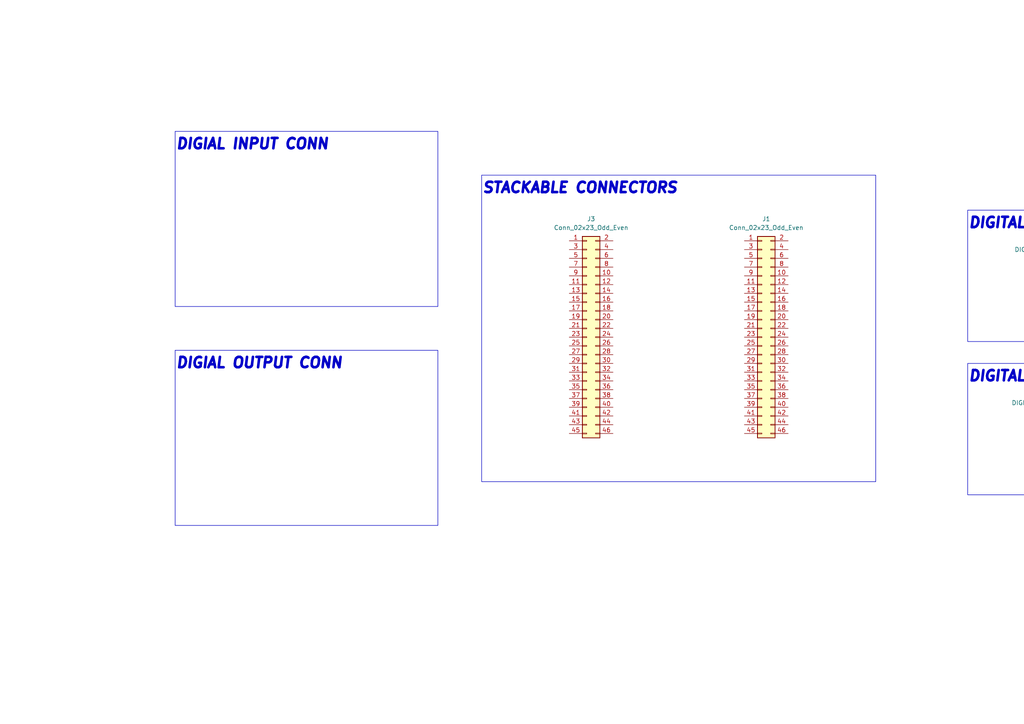
<source format=kicad_sch>
(kicad_sch (version 20250114) (generator "eeschema") (generator_version "9.0")
  (paper "A4")
  (title_block (title "PLC on STM - Digital IO Shield") (date "2025-12-27") (company "Author: Grzegorz Potocki"))
  (lib_symbols
    (symbol "Connector:Screw_Terminal_01x08" (pin_names (offset 1.016) (hide yes))
      (property "Reference" "J" (at 0 10.16 0))
      (property "Value" "Screw_Terminal_01x08" (at 0 -12.7 0))
      (symbol "Screw_Terminal_01x08_1_1"
        (rectangle (start -1.27 8.89) (end 1.27 -11.43) (stroke (width 0.254)) (fill (type background)))
        (polyline (pts (xy -0.5334 7.9502) (xy 0.3302 7.112)) (stroke (width 0.1524)))
        (polyline (pts (xy -0.5334 5.4102) (xy 0.3302 4.572)) (stroke (width 0.1524)))
        (polyline (pts (xy -0.5334 2.8702) (xy 0.3302 2.032)) (stroke (width 0.1524)))
        (polyline (pts (xy -0.5334 0.3302) (xy 0.3302 -0.508)) (stroke (width 0.1524)))
        (polyline (pts (xy -0.5334 -2.2098) (xy 0.3302 -3.048)) (stroke (width 0.1524)))
        (polyline (pts (xy -0.5334 -4.7498) (xy 0.3302 -5.588)) (stroke (width 0.1524)))
        (polyline (pts (xy -0.5334 -7.2898) (xy 0.3302 -8.128)) (stroke (width 0.1524)))
        (polyline (pts (xy -0.5334 -9.8298) (xy 0.3302 -10.668)) (stroke (width 0.1524)))
        (polyline (pts (xy -0.3556 8.128) (xy 0.508 7.2898)) (stroke (width 0.1524)))
        (polyline (pts (xy -0.3556 5.588) (xy 0.508 4.7498)) (stroke (width 0.1524)))
        (polyline (pts (xy -0.3556 3.048) (xy 0.508 2.2098)) (stroke (width 0.1524)))
        (polyline (pts (xy -0.3556 0.508) (xy 0.508 -0.3302)) (stroke (width 0.1524)))
        (polyline (pts (xy -0.3556 -2.032) (xy 0.508 -2.8702)) (stroke (width 0.1524)))
        (polyline (pts (xy -0.3556 -4.572) (xy 0.508 -5.4102)) (stroke (width 0.1524)))
        (polyline (pts (xy -0.3556 -7.112) (xy 0.508 -7.9502)) (stroke (width 0.1524)))
        (polyline (pts (xy -0.3556 -9.652) (xy 0.508 -10.4902)) (stroke (width 0.1524)))
        (circle (center 0 7.62) (radius 0.635) (stroke (width 0.1524)))
        (circle (center 0 5.08) (radius 0.635) (stroke (width 0.1524)))
        (circle (center 0 2.54) (radius 0.635) (stroke (width 0.1524)))
        (circle (center 0 0) (radius 0.635) (stroke (width 0.1524)))
        (circle (center 0 -2.54) (radius 0.635) (stroke (width 0.1524)))
        (circle (center 0 -5.08) (radius 0.635) (stroke (width 0.1524)))
        (circle (center 0 -7.62) (radius 0.635) (stroke (width 0.1524)))
        (circle (center 0 -10.16) (radius 0.635) (stroke (width 0.1524)))
        (pin passive line (at -5.08 7.62 0) (length 3.81) (name "Pin_1") (number "1"))
        (pin passive line (at -5.08 5.08 0) (length 3.81) (name "Pin_2") (number "2"))
        (pin passive line (at -5.08 2.54 0) (length 3.81) (name "Pin_3") (number "3"))
        (pin passive line (at -5.08 0 0) (length 3.81) (name "Pin_4") (number "4"))
        (pin passive line (at -5.08 -2.54 0) (length 3.81) (name "Pin_5") (number "5"))
        (pin passive line (at -5.08 -5.08 0) (length 3.81) (name "Pin_6") (number "6"))
        (pin passive line (at -5.08 -7.62 0) (length 3.81) (name "Pin_7") (number "7"))
        (pin passive line (at -5.08 -10.16 0) (length 3.81) (name "Pin_8") (number "8"))
      )
    )
    (symbol "Connector_Generic:Conn_02x23_Odd_Even" (pin_names (offset 1.016) (hide yes))
      (property "Reference" "J" (at 1.27 30.48 0))
      (property "Value" "Conn_02x23_Odd_Even" (at 1.27 -30.48 0))
      (symbol "Conn_02x23_Odd_Even_1_1"
        (rectangle (start -1.27 29.21) (end 3.81 -29.21) (stroke (width 0.254)) (fill (type background)))
        (rectangle (start -1.27 28.067) (end 0 27.813) (stroke (width 0.1524)))
        (rectangle (start -1.27 25.527) (end 0 25.273) (stroke (width 0.1524)))
        (rectangle (start -1.27 22.987) (end 0 22.733) (stroke (width 0.1524)))
        (rectangle (start -1.27 20.447) (end 0 20.193) (stroke (width 0.1524)))
        (rectangle (start -1.27 17.907) (end 0 17.653) (stroke (width 0.1524)))
        (rectangle (start -1.27 15.367) (end 0 15.113) (stroke (width 0.1524)))
        (rectangle (start -1.27 12.827) (end 0 12.573) (stroke (width 0.1524)))
        (rectangle (start -1.27 10.287) (end 0 10.033) (stroke (width 0.1524)))
        (rectangle (start -1.27 7.747) (end 0 7.493) (stroke (width 0.1524)))
        (rectangle (start -1.27 5.207) (end 0 4.953) (stroke (width 0.1524)))
        (rectangle (start -1.27 2.667) (end 0 2.413) (stroke (width 0.1524)))
        (rectangle (start -1.27 0.127) (end 0 -0.127) (stroke (width 0.1524)))
        (rectangle (start -1.27 -2.413) (end 0 -2.667) (stroke (width 0.1524)))
        (rectangle (start -1.27 -4.953) (end 0 -5.207) (stroke (width 0.1524)))
        (rectangle (start -1.27 -7.493) (end 0 -7.747) (stroke (width 0.1524)))
        (rectangle (start -1.27 -10.033) (end 0 -10.287) (stroke (width 0.1524)))
        (rectangle (start -1.27 -12.573) (end 0 -12.827) (stroke (width 0.1524)))
        (rectangle (start -1.27 -15.113) (end 0 -15.367) (stroke (width 0.1524)))
        (rectangle (start -1.27 -17.653) (end 0 -17.907) (stroke (width 0.1524)))
        (rectangle (start -1.27 -20.193) (end 0 -20.447) (stroke (width 0.1524)))
        (rectangle (start -1.27 -22.733) (end 0 -22.987) (stroke (width 0.1524)))
        (rectangle (start -1.27 -25.273) (end 0 -25.527) (stroke (width 0.1524)))
        (rectangle (start -1.27 -27.813) (end 0 -28.067) (stroke (width 0.1524)))
        (rectangle (start 3.81 28.067) (end 2.54 27.813) (stroke (width 0.1524)))
        (rectangle (start 3.81 25.527) (end 2.54 25.273) (stroke (width 0.1524)))
        (rectangle (start 3.81 22.987) (end 2.54 22.733) (stroke (width 0.1524)))
        (rectangle (start 3.81 20.447) (end 2.54 20.193) (stroke (width 0.1524)))
        (rectangle (start 3.81 17.907) (end 2.54 17.653) (stroke (width 0.1524)))
        (rectangle (start 3.81 15.367) (end 2.54 15.113) (stroke (width 0.1524)))
        (rectangle (start 3.81 12.827) (end 2.54 12.573) (stroke (width 0.1524)))
        (rectangle (start 3.81 10.287) (end 2.54 10.033) (stroke (width 0.1524)))
        (rectangle (start 3.81 7.747) (end 2.54 7.493) (stroke (width 0.1524)))
        (rectangle (start 3.81 5.207) (end 2.54 4.953) (stroke (width 0.1524)))
        (rectangle (start 3.81 2.667) (end 2.54 2.413) (stroke (width 0.1524)))
        (rectangle (start 3.81 0.127) (end 2.54 -0.127) (stroke (width 0.1524)))
        (rectangle (start 3.81 -2.413) (end 2.54 -2.667) (stroke (width 0.1524)))
        (rectangle (start 3.81 -4.953) (end 2.54 -5.207) (stroke (width 0.1524)))
        (rectangle (start 3.81 -7.493) (end 2.54 -7.747) (stroke (width 0.1524)))
        (rectangle (start 3.81 -10.033) (end 2.54 -10.287) (stroke (width 0.1524)))
        (rectangle (start 3.81 -12.573) (end 2.54 -12.827) (stroke (width 0.1524)))
        (rectangle (start 3.81 -15.113) (end 2.54 -15.367) (stroke (width 0.1524)))
        (rectangle (start 3.81 -17.653) (end 2.54 -17.907) (stroke (width 0.1524)))
        (rectangle (start 3.81 -20.193) (end 2.54 -20.447) (stroke (width 0.1524)))
        (rectangle (start 3.81 -22.733) (end 2.54 -22.987) (stroke (width 0.1524)))
        (rectangle (start 3.81 -25.273) (end 2.54 -25.527) (stroke (width 0.1524)))
        (rectangle (start 3.81 -27.813) (end 2.54 -28.067) (stroke (width 0.1524)))
        (pin passive line (at -5.08 27.94 0) (length 3.81) (name "Pin_1") (number "1"))
        (pin passive line (at -5.08 25.4 0) (length 3.81) (name "Pin_3") (number "3"))
        (pin passive line (at -5.08 22.86 0) (length 3.81) (name "Pin_5") (number "5"))
        (pin passive line (at -5.08 20.32 0) (length 3.81) (name "Pin_7") (number "7"))
        (pin passive line (at -5.08 17.78 0) (length 3.81) (name "Pin_9") (number "9"))
        (pin passive line (at -5.08 15.24 0) (length 3.81) (name "Pin_11") (number "11"))
        (pin passive line (at -5.08 12.7 0) (length 3.81) (name "Pin_13") (number "13"))
        (pin passive line (at -5.08 10.16 0) (length 3.81) (name "Pin_15") (number "15"))
        (pin passive line (at -5.08 7.62 0) (length 3.81) (name "Pin_17") (number "17"))
        (pin passive line (at -5.08 5.08 0) (length 3.81) (name "Pin_19") (number "19"))
        (pin passive line (at -5.08 2.54 0) (length 3.81) (name "Pin_21") (number "21"))
        (pin passive line (at -5.08 0 0) (length 3.81) (name "Pin_23") (number "23"))
        (pin passive line (at -5.08 -2.54 0) (length 3.81) (name "Pin_25") (number "25"))
        (pin passive line (at -5.08 -5.08 0) (length 3.81) (name "Pin_27") (number "27"))
        (pin passive line (at -5.08 -7.62 0) (length 3.81) (name "Pin_29") (number "29"))
        (pin passive line (at -5.08 -10.16 0) (length 3.81) (name "Pin_31") (number "31"))
        (pin passive line (at -5.08 -12.7 0) (length 3.81) (name "Pin_33") (number "33"))
        (pin passive line (at -5.08 -15.24 0) (length 3.81) (name "Pin_35") (number "35"))
        (pin passive line (at -5.08 -17.78 0) (length 3.81) (name "Pin_37") (number "37"))
        (pin passive line (at -5.08 -20.32 0) (length 3.81) (name "Pin_39") (number "39"))
        (pin passive line (at -5.08 -22.86 0) (length 3.81) (name "Pin_41") (number "41"))
        (pin passive line (at -5.08 -25.4 0) (length 3.81) (name "Pin_43") (number "43"))
        (pin passive line (at -5.08 -27.94 0) (length 3.81) (name "Pin_45") (number "45"))
        (pin passive line (at 7.62 27.94 180) (length 3.81) (name "Pin_2") (number "2"))
        (pin passive line (at 7.62 25.4 180) (length 3.81) (name "Pin_4") (number "4"))
        (pin passive line (at 7.62 22.86 180) (length 3.81) (name "Pin_6") (number "6"))
        (pin passive line (at 7.62 20.32 180) (length 3.81) (name "Pin_8") (number "8"))
        (pin passive line (at 7.62 17.78 180) (length 3.81) (name "Pin_10") (number "10"))
        (pin passive line (at 7.62 15.24 180) (length 3.81) (name "Pin_12") (number "12"))
        (pin passive line (at 7.62 12.7 180) (length 3.81) (name "Pin_14") (number "14"))
        (pin passive line (at 7.62 10.16 180) (length 3.81) (name "Pin_16") (number "16"))
        (pin passive line (at 7.62 7.62 180) (length 3.81) (name "Pin_18") (number "18"))
        (pin passive line (at 7.62 5.08 180) (length 3.81) (name "Pin_20") (number "20"))
        (pin passive line (at 7.62 2.54 180) (length 3.81) (name "Pin_22") (number "22"))
        (pin passive line (at 7.62 0 180) (length 3.81) (name "Pin_24") (number "24"))
        (pin passive line (at 7.62 -2.54 180) (length 3.81) (name "Pin_26") (number "26"))
        (pin passive line (at 7.62 -5.08 180) (length 3.81) (name "Pin_28") (number "28"))
        (pin passive line (at 7.62 -7.62 180) (length 3.81) (name "Pin_30") (number "30"))
        (pin passive line (at 7.62 -10.16 180) (length 3.81) (name "Pin_32") (number "32"))
        (pin passive line (at 7.62 -12.7 180) (length 3.81) (name "Pin_34") (number "34"))
        (pin passive line (at 7.62 -15.24 180) (length 3.81) (name "Pin_36") (number "36"))
        (pin passive line (at 7.62 -17.78 180) (length 3.81) (name "Pin_38") (number "38"))
        (pin passive line (at 7.62 -20.32 180) (length 3.81) (name "Pin_40") (number "40"))
        (pin passive line (at 7.62 -22.86 180) (length 3.81) (name "Pin_42") (number "42"))
        (pin passive line (at 7.62 -25.4 180) (length 3.81) (name "Pin_44") (number "44"))
        (pin passive line (at 7.62 -27.94 180) (length 3.81) (name "Pin_46") (number "46"))
      )
    )
    (symbol "Power_Protection:SP0504BAJT" (pin_names (hide yes))
      (property "Reference" "D" (at 7.62 2.54 0))
      (property "Value" "SP0504BAJT" (at 7.62 0.635 0))
      (symbol "SP0504BAJT_0_0"
        (pin passive line (at 0 -5.08 90) (length 2.54) (name "A") (number "2"))
      )
      (symbol "SP0504BAJT_0_1"
        (rectangle (start -4.445 2.54) (end 6.985 -2.54) (stroke (width 0.254)) (fill (type background)))
        (polyline (pts (xy -3.302 1.016) (xy -3.302 1.27) (xy -1.905 1.27) (xy -1.778 1.27)))
        (polyline (pts (xy -2.54 2.54) (xy -2.54 1.27)))
        (polyline (pts (xy -2.54 1.27) (xy -2.54 -1.27) (xy 2.54 -1.27) (xy 2.54 1.27)))
        (polyline (pts (xy -2.54 1.27) (xy -1.905 0) (xy -3.175 0) (xy -2.54 1.27)))
        (polyline (pts (xy 0 2.54) (xy 0 1.27)))
        (polyline (pts (xy 0 -1.27) (xy 0 1.27)))
        (polyline (pts (xy 0 -1.27) (xy 0 -2.54)))
        (circle (center 0 -1.27) (radius 0.254) (fill (type outline)))
        (polyline (pts (xy 0.635 1.27) (xy 0.762 1.27)))
        (polyline (pts (xy 0.635 1.27) (xy -0.762 1.27) (xy -0.762 1.016)))
        (polyline (pts (xy 0.635 0) (xy -0.635 0) (xy 0 1.27) (xy 0.635 0)))
        (polyline (pts (xy 1.778 1.016) (xy 1.778 1.27) (xy 3.175 1.27) (xy 3.302 1.27)))
        (polyline (pts (xy 2.54 2.54) (xy 2.54 1.27)))
        (polyline (pts (xy 2.54 1.27) (xy 1.905 0) (xy 3.175 0) (xy 2.54 1.27)))
        (circle (center 2.54 -1.27) (radius 0.254) (fill (type outline)))
        (polyline (pts (xy 4.318 1.016) (xy 4.318 1.27) (xy 5.715 1.27) (xy 5.842 1.27)))
        (polyline (pts (xy 5.08 2.54) (xy 5.08 1.27)))
        (polyline (pts (xy 5.08 1.27) (xy 5.08 -1.27) (xy 2.54 -1.27)))
        (polyline (pts (xy 5.08 1.27) (xy 4.445 0) (xy 5.715 0) (xy 5.08 1.27)))
      )
      (symbol "SP0504BAJT_1_1"
        (pin passive line (at -2.54 5.08 270) (length 2.54) (name "K") (number "1"))
        (pin passive line (at 0 5.08 270) (length 2.54) (name "K") (number "3"))
        (pin passive line (at 2.54 5.08 270) (length 2.54) (name "K") (number "4"))
        (pin passive line (at 5.08 5.08 270) (length 2.54) (name "K") (number "5"))
      )
    )
    (symbol "power:GND" (power) (pin_numbers (hide yes)) (pin_names (offset 0) (hide yes))
      (property "Value" "GND" (at 0 -3.81 0))
      (symbol "GND_0_1"
        (polyline (pts (xy 0 0) (xy 0 -1.27) (xy 1.27 -1.27) (xy 0 -2.54) (xy -1.27 -1.27) (xy 0 -1.27)))
      )
      (symbol "GND_1_1"
        (pin power_in line (at 0 0 270) (length 0) (name "~") (number "1"))
      )
    )
  )
  (rectangle (start 280.67 60.96) (end 356.87 99.06))
  (rectangle (start 50.8 101.6) (end 127 152.4))
  (rectangle (start 139.7 50.8) (end 254 139.7))
  (rectangle (start 50.8 38.1) (end 127 88.9))
  (rectangle (start 280.67 105.41) (end 356.87 143.51))
  (rectangle (start 356.87 60.96) (end 394.97 143.51))
  (text "DIGITAL OUTPUT CONNECTOR" (at 280.67 109.22 0) (effects (font (size 3 3) (thickness 2) (bold yes) (italic yes)) (justify left)))
  (text "STACKABLE CONNECTORS" (at 139.7 54.61 0) (effects (font (size 3 3) (thickness 2) (bold yes) (italic yes)) (justify left)))
  (text "ESD DIGITAL\nPROTECTION" (at 356.87 67.31 0) (effects (font (size 3 3) (thickness 2) (bold yes) (italic yes)) (justify left)))
  (text "DIGIAL INPUT CONN" (at 50.8 41.91 0) (effects (font (size 3 3) (thickness 2) (bold yes) (italic yes)) (justify left)))
  (text "DIGITAL INPUT CONNECTOR" (at 280.67 64.77 0) (effects (font (size 3 3) (thickness 2) (bold yes) (italic yes)) (justify left)))
  (text "DIGIAL OUTPUT CONN" (at 50.8 105.41 0) (effects (font (size 3 3) (thickness 2) (bold yes) (italic yes)) (justify left)))
  (bus_entry (at 320.04 81.28) (size 2.54 -2.54))
  (bus_entry (at 320.04 133.35) (size 2.54 -2.54))
  (bus_entry (at 320.04 125.73) (size 2.54 -2.54))
  (bus_entry (at 320.04 88.9) (size 2.54 -2.54))
  (bus_entry (at 320.04 128.27) (size 2.54 -2.54))
  (bus_entry (at 320.04 93.98) (size 2.54 -2.54))
  (bus_entry (at 320.04 135.89) (size 2.54 -2.54))
  (bus_entry (at 320.04 130.81) (size 2.54 -2.54))
  (bus_entry (at 320.04 76.2) (size 2.54 -2.54))
  (bus_entry (at 320.04 120.65) (size 2.54 -2.54))
  (bus_entry (at 320.04 83.82) (size 2.54 -2.54))
  (bus_entry (at 320.04 78.74) (size 2.54 -2.54))
  (bus_entry (at 320.04 123.19) (size 2.54 -2.54))
  (bus_entry (at 320.04 138.43) (size 2.54 -2.54))
  (bus_entry (at 320.04 91.44) (size 2.54 -2.54))
  (bus_entry (at 320.04 86.36) (size 2.54 -2.54))
  (wire (pts (xy 375.92 114.3) (xy 387.35 114.3)))
  (wire (pts (xy 306.07 120.65) (xy 320.04 120.65)))
  (wire (pts (xy 306.07 133.35) (xy 320.04 133.35)))
  (wire (pts (xy 306.07 138.43) (xy 320.04 138.43)))
  (wire (pts (xy 370.84 85.09) (xy 370.84 77.47)))
  (bus (pts (xy 322.58 120.65) (xy 322.58 118.11)))
  (wire (pts (xy 373.38 111.76) (xy 387.35 111.76)))
  (bus (pts (xy 322.58 135.89) (xy 322.58 133.35)))
  (wire (pts (xy 306.07 93.98) (xy 320.04 93.98)))
  (wire (pts (xy 306.07 123.19) (xy 320.04 123.19)))
  (wire (pts (xy 373.38 80.01) (xy 387.35 80.01)))
  (wire (pts (xy 370.84 109.22) (xy 387.35 109.22)))
  (wire (pts (xy 306.07 135.89) (xy 320.04 135.89)))
  (wire (pts (xy 368.3 85.09) (xy 368.3 74.93)))
  (wire (pts (xy 368.3 116.84) (xy 368.3 106.68)))
  (wire (pts (xy 306.07 86.36) (xy 320.04 86.36)))
  (wire (pts (xy 370.84 77.47) (xy 387.35 77.47)))
  (wire (pts (xy 306.07 125.73) (xy 320.04 125.73)))
  (wire (pts (xy 306.07 88.9) (xy 320.04 88.9)))
  (bus (pts (xy 322.58 73.66) (xy 326.39 73.66)))
  (wire (pts (xy 306.07 130.81) (xy 320.04 130.81)))
  (wire (pts (xy 370.84 127) (xy 370.84 129.54)))
  (bus (pts (xy 322.58 86.36) (xy 322.58 83.82)))
  (wire (pts (xy 375.92 116.84) (xy 375.92 114.3)))
  (wire (pts (xy 306.07 78.74) (xy 320.04 78.74)))
  (bus (pts (xy 322.58 125.73) (xy 322.58 123.19)))
  (wire (pts (xy 373.38 116.84) (xy 373.38 111.76)))
  (bus (pts (xy 322.58 118.11) (xy 326.39 118.11)))
  (wire (pts (xy 370.84 95.25) (xy 370.84 97.79)))
  (wire (pts (xy 306.07 91.44) (xy 320.04 91.44)))
  (wire (pts (xy 373.38 85.09) (xy 373.38 80.01)))
  (wire (pts (xy 368.3 106.68) (xy 387.35 106.68)))
  (wire (pts (xy 368.3 74.93) (xy 387.35 74.93)))
  (bus (pts (xy 322.58 78.74) (xy 322.58 76.2)))
  (wire (pts (xy 306.07 81.28) (xy 320.04 81.28)))
  (bus (pts (xy 322.58 133.35) (xy 322.58 130.81)))
  (wire (pts (xy 306.07 76.2) (xy 320.04 76.2)))
  (wire (pts (xy 375.92 82.55) (xy 387.35 82.55)))
  (bus (pts (xy 322.58 128.27) (xy 322.58 125.73)))
  (bus (pts (xy 322.58 130.81) (xy 322.58 128.27)))
  (wire (pts (xy 306.07 83.82) (xy 320.04 83.82)))
  (bus (pts (xy 322.58 91.44) (xy 322.58 88.9)))
  (wire (pts (xy 306.07 128.27) (xy 320.04 128.27)))
  (bus (pts (xy 322.58 123.19) (xy 322.58 120.65)))
  (wire (pts (xy 375.92 85.09) (xy 375.92 82.55)))
  (bus (pts (xy 322.58 83.82) (xy 322.58 81.28)))
  (wire (pts (xy 370.84 116.84) (xy 370.84 109.22)))
  (bus (pts (xy 322.58 88.9) (xy 322.58 86.36)))
  (bus (pts (xy 322.58 76.2) (xy 322.58 73.66)))
  (bus (pts (xy 322.58 81.28) (xy 322.58 78.74)))
  (label "DI_OUT5" (at 306.07 133.35 0))
  (label "DI_IN4" (at 306.07 86.36 0))
  (label "DI_IN1" (at 306.07 78.74 0))
  (label "DI_IN0" (at 387.35 74.93 180))
  (label "DI_IN6" (at 387.35 111.76 180))
  (label "DI_IN0" (at 306.07 76.2 0))
  (label "DI_IN5" (at 387.35 109.22 180))
  (label "DI_OUT1" (at 306.07 123.19 0))
  (label "DI_OUT7" (at 306.07 138.43 0))
  (label "DI_IN2" (at 306.07 81.28 0))
  (label "DI_IN1" (at 387.35 77.47 180))
  (label "DI_OUT6" (at 306.07 135.89 0))
  (label "DI_IN7" (at 387.35 114.3 180))
  (label "DI_IN4" (at 387.35 106.68 180))
  (label "DI_IN3" (at 387.35 82.55 180))
  (label "DI_IN3" (at 306.07 83.82 0))
  (label "DI_OUT3" (at 306.07 128.27 0))
  (label "DI_IN7" (at 306.07 93.98 0))
  (label "DI_IN6" (at 306.07 91.44 0))
  (label "DI_IN5" (at 306.07 88.9 0))
  (label "DI_OUT4" (at 306.07 130.81 0))
  (label "DI_IN2" (at 387.35 80.01 180))
  (label "DI_OUT0" (at 306.07 120.65 0))
  (label "DI_OUT2" (at 306.07 125.73 0))
  (hierarchical_label "DI_OUT[0..7]" (shape output) (at 326.39 118.11 0))
  (hierarchical_label "DI_IN[0..7]" (shape input) (at 326.39 73.66 0))
  (symbol (lib_id "Connector:Screw_Terminal_01x08") (at 300.99 128.27 0) (mirror y) (unit 1)
    (property "Reference" "J2" (at 300.99 114.3 0))
    (property "Value" "DIGITAL OUTPUT" (at 300.99 116.84 0))
    (property "Description" "Generic screw terminal, single row, 01x08, script generated (kicad-library-utils/schlib/autogen/connector/)" (effects (hide yes)))
  )
  (symbol (lib_id "Power_Protection:SP0504BAJT") (at 370.84 90.17 0) (unit 1)
    (property "Reference" "D1" (at 379.73 88.8999 0) (effects (justify left)))
    (property "Value" "SP0504BAJT" (at 379.73 91.4399 0) (effects (justify left)))
    (property "Footprint" "Package_TO_SOT_SMD:SOT-353_SC-70-5" (effects (hide yes)))
    (property "Datasheet" "http://www.littelfuse.com/~/media/files/littelfuse/technical%20resources/documents/data%20sheets/sp05xxba.pdf" (effects (hide yes)))
    (property "Description" "TVS Diode Array, 5.5V Standoff, 4 Channels, SC-70-5 package" (effects (hide yes)))
  )
  (symbol (lib_id "Connector_Generic:Conn_02x23_Odd_Even") (at 220.98 97.79 0) (unit 1)
    (property "Reference" "J1" (at 222.25 63.5 0))
    (property "Value" "Conn_02x23_Odd_Even" (at 222.25 66.04 0))
    (property "Footprint" "PLC_STM_Power:PRT12790" (effects (hide yes)))
    (property "Description" "Generic connector, double row, 02x23, odd/even pin numbering scheme (row 1 odd numbers, row 2 even numbers), script generated (kicad-library-utils/schlib/autogen/connector/)" (effects (hide yes)))
    (property "Mouser Part Number" "474-PRT-12790" (effects (hide yes)))
    (property "Mouser Price/Stock" "https://www.mouser.pl/ProductDetail/SparkFun/PRT-12790?qs=WyAARYrbSnZh0%252BVGZi59Ng%3D%3D" (effects (hide yes)))
    (property "Alternative" "https://www.mouser.pl/ProductDetail/SchmartBoard/920-0135-01?qs=WBUF01kN13lvFiBwxduHPw%3D%3D" (effects (hide yes)))
    (property "Alternative2" "https://www.mouser.pl/ProductDetail/SchmartBoard/920-0103-01?qs=Jl8P5Tpu6m3biqphpyO5mQ%3D%3D" (effects (hide yes)))
  )
  (symbol (lib_id "Power_Protection:SP0504BAJT") (at 370.84 121.92 0) (unit 1)
    (property "Reference" "D2" (at 379.73 120.6499 0) (effects (justify left)))
    (property "Value" "SP0504BAJT" (at 379.73 123.1899 0) (effects (justify left)))
    (property "Footprint" "Package_TO_SOT_SMD:SOT-353_SC-70-5" (effects (hide yes)))
    (property "Datasheet" "http://www.littelfuse.com/~/media/files/littelfuse/technical%20resources/documents/data%20sheets/sp05xxba.pdf" (effects (hide yes)))
    (property "Description" "TVS Diode Array, 5.5V Standoff, 4 Channels, SC-70-5 package" (effects (hide yes)))
  )
  (symbol (lib_id "power:GND") (at 370.84 129.54 0) (unit 1)
    (property "Reference" "#PWR04" (effects (hide yes)))
    (property "Value" "GND" (at 370.84 134.62 0))
    (property "Description" "Power symbol creates a global label with name \"GND\" , ground" (effects (hide yes)))
  )
  (symbol (lib_id "Connector:Screw_Terminal_01x08") (at 300.99 83.82 0) (mirror y) (unit 1)
    (property "Reference" "J2" (at 300.99 69.85 0))
    (property "Value" "DIGITAL INPUT" (at 300.99 72.39 0))
    (property "Description" "Generic screw terminal, single row, 01x08, script generated (kicad-library-utils/schlib/autogen/connector/)" (effects (hide yes)))
  )
  (symbol (lib_id "power:GND") (at 370.84 97.79 0) (unit 1)
    (property "Reference" "#PWR03" (effects (hide yes)))
    (property "Value" "GND" (at 370.84 102.87 0))
    (property "Description" "Power symbol creates a global label with name \"GND\" , ground" (effects (hide yes)))
  )
  (symbol (lib_id "Connector_Generic:Conn_02x23_Odd_Even") (at 170.18 97.79 0) (unit 1)
    (property "Reference" "J3" (at 171.45 63.5 0))
    (property "Value" "Conn_02x23_Odd_Even" (at 171.45 66.04 0))
    (property "Footprint" "PLC_STM_Power:PRT12790" (effects (hide yes)))
    (property "Description" "Generic connector, double row, 02x23, odd/even pin numbering scheme (row 1 odd numbers, row 2 even numbers), script generated (kicad-library-utils/schlib/autogen/connector/)" (effects (hide yes)))
    (property "Mouser Part Number" "474-PRT-12790" (effects (hide yes)))
    (property "Mouser Price/Stock" "https://www.mouser.pl/ProductDetail/SparkFun/PRT-12790?qs=WyAARYrbSnZh0%252BVGZi59Ng%3D%3D" (effects (hide yes)))
    (property "Alternative" "https://www.mouser.pl/ProductDetail/SchmartBoard/920-0135-01?qs=WBUF01kN13lvFiBwxduHPw%3D%3D" (effects (hide yes)))
    (property "Alternative2" "https://www.mouser.pl/ProductDetail/SchmartBoard/920-0103-01?qs=Jl8P5Tpu6m3biqphpyO5mQ%3D%3D" (effects (hide yes)))
  )
)
</source>
